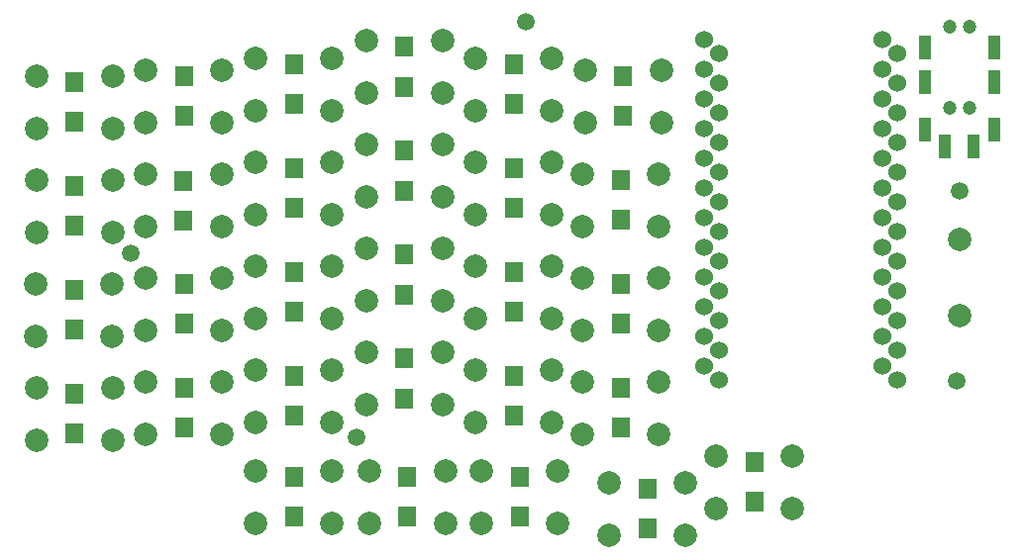
<source format=gbr>
%TF.GenerationSoftware,KiCad,Pcbnew,(6.0.9)*%
%TF.CreationDate,2022-12-16T21:27:41+00:00*%
%TF.ProjectId,PocketSplit-V1,506f636b-6574-4537-906c-69742d56312e,1.0*%
%TF.SameCoordinates,Original*%
%TF.FileFunction,Soldermask,Top*%
%TF.FilePolarity,Negative*%
%FSLAX46Y46*%
G04 Gerber Fmt 4.6, Leading zero omitted, Abs format (unit mm)*
G04 Created by KiCad (PCBNEW (6.0.9)) date 2022-12-16 21:27:41*
%MOMM*%
%LPD*%
G01*
G04 APERTURE LIST*
%ADD10C,1.500000*%
%ADD11C,2.000000*%
%ADD12C,1.524000*%
%ADD13C,1.200000*%
%ADD14R,1.000000X2.100000*%
%ADD15R,1.500000X1.800000*%
G04 APERTURE END LIST*
D10*
%TO.C,H5*%
X105410000Y-58166000D03*
%TD*%
%TO.C,H4*%
X105156000Y-74422000D03*
%TD*%
%TO.C,H3*%
X53848000Y-79248000D03*
%TD*%
%TO.C,H2*%
X34544000Y-63500000D03*
%TD*%
%TO.C,H1*%
X68326000Y-43688000D03*
%TD*%
D11*
%TO.C,SW28*%
X75490000Y-83094000D03*
X81990000Y-83094000D03*
X75490000Y-87594000D03*
X81990000Y-87594000D03*
%TD*%
%TO.C,SW3*%
X45264000Y-46768000D03*
X51764000Y-46768000D03*
X45264000Y-51268000D03*
X51764000Y-51268000D03*
%TD*%
%TO.C,SW10*%
X54714000Y-54170000D03*
X61214000Y-54170000D03*
X54714000Y-58670000D03*
X61214000Y-58670000D03*
%TD*%
%TO.C,SW21*%
X45264000Y-73438000D03*
X51764000Y-73438000D03*
X45264000Y-77938000D03*
X51764000Y-77938000D03*
%TD*%
%TO.C,SW12*%
X73204000Y-56682000D03*
X79704000Y-56682000D03*
X73204000Y-61182000D03*
X79704000Y-61182000D03*
%TD*%
%TO.C,SW17*%
X64060000Y-64548000D03*
X70560000Y-64548000D03*
X64060000Y-69048000D03*
X70560000Y-69048000D03*
%TD*%
%TO.C,SW11*%
X64060000Y-55658000D03*
X70560000Y-55658000D03*
X64060000Y-60158000D03*
X70560000Y-60158000D03*
%TD*%
%TO.C,SW13*%
X26468000Y-66076000D03*
X32968000Y-66076000D03*
X26468000Y-70576000D03*
X32968000Y-70576000D03*
%TD*%
%TO.C,SW7*%
X26520000Y-57190000D03*
X33020000Y-57190000D03*
X26520000Y-61690000D03*
X33020000Y-61690000D03*
%TD*%
%TO.C,SW24*%
X73204000Y-74458000D03*
X79704000Y-74458000D03*
X73204000Y-78958000D03*
X79704000Y-78958000D03*
%TD*%
%TO.C,SW27*%
X64568000Y-82078000D03*
X71068000Y-82078000D03*
X64568000Y-86578000D03*
X71068000Y-86578000D03*
%TD*%
%TO.C,SW26*%
X61468000Y-86578000D03*
X54968000Y-86578000D03*
X61468000Y-82078000D03*
X54968000Y-82078000D03*
%TD*%
%TO.C,SW6*%
X73406000Y-47788000D03*
X79906000Y-47788000D03*
X73406000Y-52288000D03*
X79906000Y-52288000D03*
%TD*%
%TO.C,SW14*%
X35866000Y-65568000D03*
X42366000Y-65568000D03*
X35866000Y-70068000D03*
X42366000Y-70068000D03*
%TD*%
%TO.C,SW16*%
X54714000Y-63060000D03*
X61214000Y-63060000D03*
X54714000Y-67560000D03*
X61214000Y-67560000D03*
%TD*%
%TO.C,SW4*%
X54714000Y-45284000D03*
X61214000Y-45284000D03*
X54714000Y-49784000D03*
X61214000Y-49784000D03*
%TD*%
D12*
%TO.C,MCU1*%
X100127535Y-46407745D03*
X83588720Y-45212000D03*
X83588720Y-47752000D03*
X100127535Y-48947745D03*
X100127535Y-51487745D03*
X83588720Y-50292000D03*
X100127535Y-54027745D03*
X83588720Y-52832000D03*
X83588720Y-55372000D03*
X100127535Y-56567745D03*
X100127535Y-59107745D03*
X83588720Y-57912000D03*
X100127535Y-61647745D03*
X83588720Y-60452000D03*
X83588720Y-62992000D03*
X100127535Y-64187745D03*
X100127535Y-66727745D03*
X83588720Y-65532000D03*
X100127535Y-69267745D03*
X83588720Y-68072000D03*
X83588720Y-70612000D03*
X100127535Y-71807745D03*
X83588720Y-73152000D03*
X100127535Y-74347745D03*
X84887535Y-74347745D03*
X98828720Y-73152000D03*
X84887535Y-71807745D03*
X98828720Y-70612000D03*
X98828720Y-68072000D03*
X84887535Y-69267745D03*
X98828720Y-65532000D03*
X84887535Y-66727745D03*
X84887535Y-64187745D03*
X98828720Y-62992000D03*
X98828720Y-60452000D03*
X84887535Y-61647745D03*
X84887535Y-59107745D03*
X98828720Y-57912000D03*
X98828720Y-55372000D03*
X84887535Y-56567745D03*
X84887535Y-54027745D03*
X98828720Y-52832000D03*
X98828720Y-50292000D03*
X84887535Y-51487745D03*
X98828720Y-47752000D03*
X84887535Y-48947745D03*
X84887535Y-46407745D03*
X98828720Y-45212000D03*
%TD*%
D11*
%TO.C,SW9*%
X45264000Y-55662000D03*
X51764000Y-55662000D03*
X45264000Y-60162000D03*
X51764000Y-60162000D03*
%TD*%
%TO.C,SW25*%
X51764000Y-86578000D03*
X45264000Y-86578000D03*
X51764000Y-82078000D03*
X45264000Y-82078000D03*
%TD*%
%TO.C,SW29*%
X84634000Y-80808000D03*
X91134000Y-80808000D03*
X84634000Y-85308000D03*
X91134000Y-85308000D03*
%TD*%
%TO.C,SW2*%
X35866000Y-47792000D03*
X42366000Y-47792000D03*
X35866000Y-52292000D03*
X42366000Y-52292000D03*
%TD*%
%TO.C,SW20*%
X35866000Y-74462000D03*
X42366000Y-74462000D03*
X35866000Y-78962000D03*
X42366000Y-78962000D03*
%TD*%
%TO.C,SW5*%
X64060000Y-46772000D03*
X70560000Y-46772000D03*
X64060000Y-51272000D03*
X70560000Y-51272000D03*
%TD*%
%TO.C,SW19*%
X26520000Y-74970000D03*
X33020000Y-74970000D03*
X26520000Y-79470000D03*
X33020000Y-79470000D03*
%TD*%
%TO.C,SW1*%
X26520000Y-48300000D03*
X33020000Y-48300000D03*
X26520000Y-52800000D03*
X33020000Y-52800000D03*
%TD*%
%TO.C,SW23*%
X64060000Y-73438000D03*
X70560000Y-73438000D03*
X64060000Y-77938000D03*
X70560000Y-77938000D03*
%TD*%
%TO.C,SW18*%
X73204000Y-65568000D03*
X79704000Y-65568000D03*
X73204000Y-70068000D03*
X79704000Y-70068000D03*
%TD*%
D13*
%TO.C,J1*%
X104535000Y-44068500D03*
X104535000Y-51068500D03*
X106285000Y-51068500D03*
X106285000Y-44068500D03*
D14*
X102435000Y-52868500D03*
X108385000Y-52868500D03*
X108385000Y-48868500D03*
X102435000Y-48868500D03*
X102435000Y-45868500D03*
X108385000Y-45868500D03*
X104185000Y-54368500D03*
X106635000Y-54368500D03*
%TD*%
D11*
%TO.C,SW22*%
X54714000Y-71954000D03*
X61214000Y-71954000D03*
X54714000Y-76454000D03*
X61214000Y-76454000D03*
%TD*%
%TO.C,RST1*%
X105410000Y-68782000D03*
X105410000Y-62282000D03*
%TD*%
%TO.C,SW15*%
X45264000Y-64552000D03*
X51764000Y-64552000D03*
X45264000Y-69052000D03*
X51764000Y-69052000D03*
%TD*%
%TO.C,SW8*%
X35814000Y-56722000D03*
X42314000Y-56722000D03*
X35814000Y-61222000D03*
X42314000Y-61222000D03*
%TD*%
D15*
%TO.C,D29*%
X87884000Y-81358000D03*
X87884000Y-84758000D03*
%TD*%
%TO.C,D6*%
X76656000Y-48338000D03*
X76656000Y-51738000D03*
%TD*%
%TO.C,D12*%
X76454000Y-57232000D03*
X76454000Y-60632000D03*
%TD*%
%TO.C,D15*%
X48514000Y-65102000D03*
X48514000Y-68502000D03*
%TD*%
%TO.C,D28*%
X78740000Y-83644000D03*
X78740000Y-87044000D03*
%TD*%
%TO.C,D7*%
X29770000Y-57740000D03*
X29770000Y-61140000D03*
%TD*%
%TO.C,D18*%
X76454000Y-66118000D03*
X76454000Y-69518000D03*
%TD*%
%TO.C,D10*%
X57964000Y-54720000D03*
X57964000Y-58120000D03*
%TD*%
%TO.C,D2*%
X39116000Y-48342000D03*
X39116000Y-51742000D03*
%TD*%
%TO.C,D3*%
X48514000Y-47318000D03*
X48514000Y-50718000D03*
%TD*%
%TO.C,D19*%
X29770000Y-75520000D03*
X29770000Y-78920000D03*
%TD*%
%TO.C,D26*%
X58218000Y-82628000D03*
X58218000Y-86028000D03*
%TD*%
%TO.C,D27*%
X67818000Y-82628000D03*
X67818000Y-86028000D03*
%TD*%
%TO.C,D22*%
X57964000Y-72504000D03*
X57964000Y-75904000D03*
%TD*%
%TO.C,D9*%
X48514000Y-56212000D03*
X48514000Y-59612000D03*
%TD*%
%TO.C,D13*%
X29718000Y-66626000D03*
X29718000Y-70026000D03*
%TD*%
%TO.C,D24*%
X76454000Y-75008000D03*
X76454000Y-78408000D03*
%TD*%
%TO.C,D16*%
X57964000Y-63610000D03*
X57964000Y-67010000D03*
%TD*%
%TO.C,D21*%
X48514000Y-73988000D03*
X48514000Y-77388000D03*
%TD*%
%TO.C,D23*%
X67310000Y-73988000D03*
X67310000Y-77388000D03*
%TD*%
%TO.C,D17*%
X67310000Y-65098000D03*
X67310000Y-68498000D03*
%TD*%
%TO.C,D11*%
X67310000Y-56208000D03*
X67310000Y-59608000D03*
%TD*%
%TO.C,D20*%
X39116000Y-75012000D03*
X39116000Y-78412000D03*
%TD*%
%TO.C,D8*%
X39064000Y-57272000D03*
X39064000Y-60672000D03*
%TD*%
%TO.C,D5*%
X67310000Y-47322000D03*
X67310000Y-50722000D03*
%TD*%
%TO.C,D1*%
X29770000Y-48850000D03*
X29770000Y-52250000D03*
%TD*%
%TO.C,D4*%
X57964000Y-45834000D03*
X57964000Y-49234000D03*
%TD*%
%TO.C,D14*%
X39116000Y-66118000D03*
X39116000Y-69518000D03*
%TD*%
%TO.C,D25*%
X48514000Y-82628000D03*
X48514000Y-86028000D03*
%TD*%
M02*

</source>
